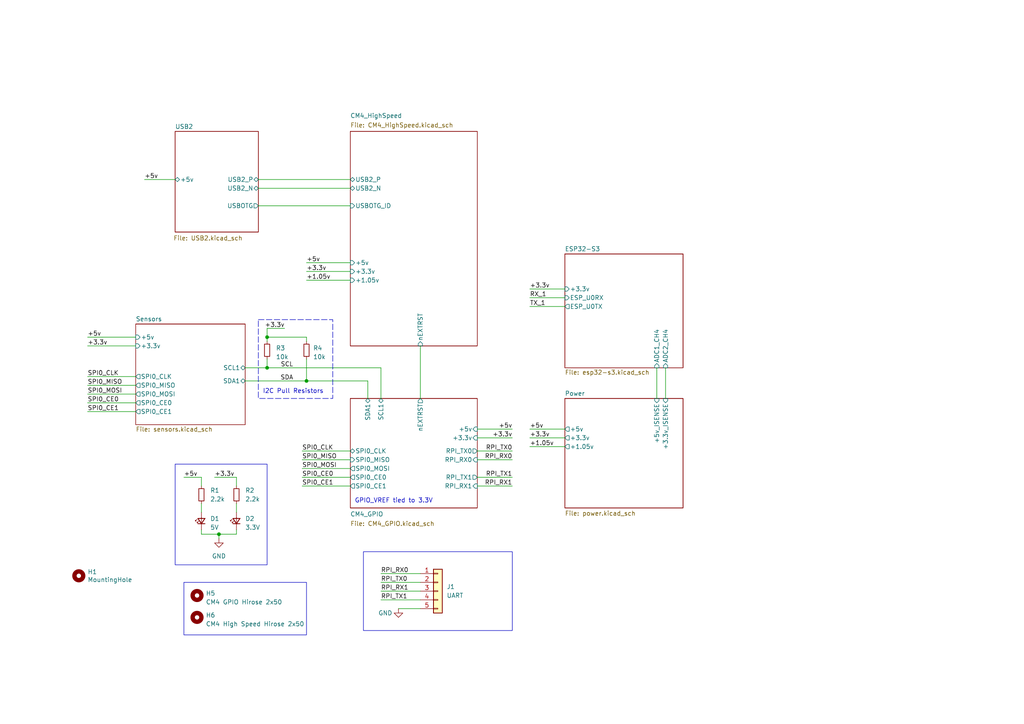
<source format=kicad_sch>
(kicad_sch (version 20230819) (generator eeschema)
  (paper "A4")
  (title_block (title "Carrier Board") (date "2023-11-21") (rev "V3") (company "MUREX Robotics [Byran Huang]") (comment 1 "//DO IT RIGHT,  DO IT MUREX") (comment 2 "// ATTEMPT THE IMPOSSIBLE") (comment 3 "CM4-based ROV (robotics) control board.") (comment 4 "The MUREX Carrier Board is the world's first open-source "))
  (lib_symbols
    (symbol "Connector_Generic:Conn_01x05" (pin_names (offset 1.016) hide)
      (property "Reference" "J" (at 0 7.62 0))
      (property "Value" "Conn_01x05" (at 0 -7.62 0))
      (symbol "Conn_01x05_1_1"
        (rectangle (start -1.27 -4.953) (end 0 -5.207) (stroke (width 0.1524)))
        (rectangle (start -1.27 -2.413) (end 0 -2.667) (stroke (width 0.1524)))
        (rectangle (start -1.27 0.127) (end 0 -0.127) (stroke (width 0.1524)))
        (rectangle (start -1.27 2.667) (end 0 2.413) (stroke (width 0.1524)))
        (rectangle (start -1.27 5.207) (end 0 4.953) (stroke (width 0.1524)))
        (rectangle (start -1.27 6.35) (end 1.27 -6.35) (stroke (width 0.254)) (fill (type background)))
        (pin passive line (at -5.08 5.08 0) (length 3.81) (name "Pin_1") (number "1"))
        (pin passive line (at -5.08 2.54 0) (length 3.81) (name "Pin_2") (number "2"))
        (pin passive line (at -5.08 0 0) (length 3.81) (name "Pin_3") (number "3"))
        (pin passive line (at -5.08 -2.54 0) (length 3.81) (name "Pin_4") (number "4"))
        (pin passive line (at -5.08 -5.08 0) (length 3.81) (name "Pin_5") (number "5"))
      )
    )
    (symbol "Device:LED_Small" (pin_numbers hide) (pin_names (offset 0.254) hide)
      (property "Reference" "D" (at -1.27 3.175 0))
      (property "Value" "LED_Small" (at -4.445 -2.54 0))
      (symbol "LED_Small_0_1"
        (polyline (pts (xy -0.762 -1.016) (xy -0.762 1.016)) (stroke (width 0.254)))
        (polyline (pts (xy 1.016 0) (xy -0.762 0)))
        (polyline (pts (xy 0.762 -1.016) (xy -0.762 0) (xy 0.762 1.016) (xy 0.762 -1.016)) (stroke (width 0.254)))
        (polyline (pts (xy 0 0.762) (xy -0.508 1.27) (xy -0.254 1.27) (xy -0.508 1.27) (xy -0.508 1.016)))
        (polyline (pts (xy 0.508 1.27) (xy 0 1.778) (xy 0.254 1.778) (xy 0 1.778) (xy 0 1.524)))
      )
      (symbol "LED_Small_1_1"
        (pin passive line (at -2.54 0 0) (length 1.778) (name "K") (number "1"))
        (pin passive line (at 2.54 0 180) (length 1.778) (name "A") (number "2"))
      )
    )
    (symbol "Device:R_Small" (pin_numbers hide) (pin_names (offset 0.254) hide)
      (property "Reference" "R" (at 0.762 0.508 0))
      (property "Value" "R_Small" (at 0.762 -1.016 0))
      (symbol "R_Small_0_1"
        (rectangle (start -0.762 1.778) (end 0.762 -1.778) (stroke (width 0.2032)))
      )
      (symbol "R_Small_1_1"
        (pin passive line (at 0 2.54 270) (length 0.762) (name "~") (number "1"))
        (pin passive line (at 0 -2.54 90) (length 0.762) (name "~") (number "2"))
      )
    )
    (symbol "Mechanical:MountingHole" (pin_names (offset 1.016))
      (property "Reference" "H" (at 0 5.08 0))
      (property "Value" "MountingHole" (at 0 3.175 0))
      (symbol "MountingHole_0_1"
        (circle (center 0 0) (radius 1.27) (stroke (width 1.27)))
      )
    )
    (symbol "power:GND" (power) (pin_names (offset 0))
      (property "Value" "GND" (at 0 -3.81 0))
      (symbol "GND_0_1"
        (polyline (pts (xy 0 0) (xy 0 -1.27) (xy 1.27 -1.27) (xy 0 -2.54) (xy -1.27 -1.27) (xy 0 -1.27)))
      )
      (symbol "GND_1_1"
        (pin power_in line (at 0 0 270) (length 0) hide (name "GND") (number "1"))
      )
    )
  )
  (junction (at 77.47 106.68))
  (junction (at 63.5 154.94))
  (junction (at 77.47 97.79))
  (junction (at 88.9 110.49))
  (wire (pts (xy 58.42 154.94) (xy 63.5 154.94)))
  (wire (pts (xy 58.42 153.67) (xy 58.42 154.94)))
  (wire (pts (xy 88.9 97.79) (xy 88.9 99.06)))
  (wire (pts (xy 68.58 138.43) (xy 68.58 140.97)))
  (wire (pts (xy 77.47 106.68) (xy 110.49 106.68)))
  (wire (pts (xy 74.93 52.07) (xy 101.6 52.07)))
  (wire (pts (xy 68.58 146.05) (xy 68.58 148.59)))
  (wire (pts (xy 77.47 97.79) (xy 77.47 99.06)))
  (wire (pts (xy 88.9 110.49) (xy 106.68 110.49)))
  (wire (pts (xy 87.63 140.97) (xy 101.6 140.97)))
  (wire (pts (xy 88.9 78.74) (xy 101.6 78.74)))
  (wire (pts (xy 121.92 173.99) (xy 110.49 173.99)))
  (wire (pts (xy 77.47 95.25) (xy 77.47 97.79)))
  (wire (pts (xy 58.42 146.05) (xy 58.42 148.59)))
  (wire (pts (xy 110.49 106.68) (xy 110.49 115.57)))
  (wire (pts (xy 53.34 138.43) (xy 58.42 138.43)))
  (wire (pts (xy 88.9 104.14) (xy 88.9 110.49)))
  (wire (pts (xy 138.43 133.35) (xy 148.59 133.35)))
  (wire (pts (xy 62.23 138.43) (xy 68.58 138.43)))
  (wire (pts (xy 121.92 171.45) (xy 110.49 171.45)))
  (wire (pts (xy 71.12 110.49) (xy 88.9 110.49)))
  (wire (pts (xy 25.4 116.84) (xy 39.37 116.84)))
  (wire (pts (xy 41.91 52.07) (xy 50.8 52.07)))
  (wire (pts (xy 153.67 88.9) (xy 163.83 88.9)))
  (wire (pts (xy 163.83 129.54) (xy 153.67 129.54)))
  (wire (pts (xy 77.47 97.79) (xy 88.9 97.79)))
  (wire (pts (xy 110.49 166.37) (xy 121.92 166.37)))
  (wire (pts (xy 163.83 124.46) (xy 153.67 124.46)))
  (wire (pts (xy 138.43 130.81) (xy 148.59 130.81)))
  (wire (pts (xy 115.57 176.53) (xy 121.92 176.53)))
  (wire (pts (xy 106.68 110.49) (xy 106.68 115.57)))
  (wire (pts (xy 138.43 124.46) (xy 148.59 124.46)))
  (wire (pts (xy 74.93 59.69) (xy 101.6 59.69)))
  (wire (pts (xy 87.63 130.81) (xy 101.6 130.81)))
  (wire (pts (xy 82.55 95.25) (xy 77.47 95.25)))
  (wire (pts (xy 110.49 168.91) (xy 121.92 168.91)))
  (wire (pts (xy 25.4 109.22) (xy 39.37 109.22)))
  (wire (pts (xy 121.92 100.33) (xy 121.92 115.57)))
  (wire (pts (xy 25.4 100.33) (xy 39.37 100.33)))
  (wire (pts (xy 77.47 104.14) (xy 77.47 106.68)))
  (wire (pts (xy 25.4 114.3) (xy 39.37 114.3)))
  (wire (pts (xy 153.67 86.36) (xy 163.83 86.36)))
  (wire (pts (xy 25.4 111.76) (xy 39.37 111.76)))
  (wire (pts (xy 71.12 106.68) (xy 77.47 106.68)))
  (wire (pts (xy 88.9 76.2) (xy 101.6 76.2)))
  (wire (pts (xy 163.83 83.82) (xy 153.67 83.82)))
  (wire (pts (xy 25.4 97.79) (xy 39.37 97.79)))
  (wire (pts (xy 193.04 106.68) (xy 193.04 115.57)))
  (wire (pts (xy 63.5 156.21) (xy 63.5 154.94)))
  (wire (pts (xy 190.5 106.68) (xy 190.5 115.57)))
  (wire (pts (xy 87.63 135.89) (xy 101.6 135.89)))
  (wire (pts (xy 138.43 127) (xy 148.59 127)))
  (wire (pts (xy 101.6 81.28) (xy 88.9 81.28)))
  (wire (pts (xy 68.58 153.67) (xy 68.58 154.94)))
  (wire (pts (xy 25.4 119.38) (xy 39.37 119.38)))
  (wire (pts (xy 68.58 154.94) (xy 63.5 154.94)))
  (wire (pts (xy 87.63 133.35) (xy 101.6 133.35)))
  (wire (pts (xy 74.93 54.61) (xy 101.6 54.61)))
  (wire (pts (xy 87.63 138.43) (xy 101.6 138.43)))
  (wire (pts (xy 138.43 140.97) (xy 148.59 140.97)))
  (wire (pts (xy 163.83 127) (xy 153.67 127)))
  (wire (pts (xy 138.43 138.43) (xy 148.59 138.43)))
  (wire (pts (xy 58.42 138.43) (xy 58.42 140.97)))
  (rectangle (start 74.93 92.71) (end 96.52 115.57) (stroke (width 0) (type dash)))
  (rectangle (start 105.41 160.02) (end 148.59 182.88))
  (rectangle (start 53.34 168.91) (end 88.9 184.15))
  (rectangle (start 50.8 134.62) (end 77.47 163.83))
  (text "I2C Pull Resistors" (at 76.2 114.3 0) (effects (font (size 1.27 1.27)) (justify left bottom)))
  (text "GPIO_VREF tied to 3.3V" (at 102.87 146.05 0) (effects (font (size 1.27 1.27)) (justify left bottom)))
  (label "RPI_RX1" (at 148.59 140.97 180))
  (label "+3.3v" (at 82.55 95.25 180))
  (label "+3.3v" (at 25.4 100.33 0))
  (label "SPI0_MOSI" (at 25.4 114.3 0))
  (label "RPI_TX1" (at 110.49 173.99 0))
  (label "+3.3v" (at 148.59 127 180))
  (label "SPI0_CLK" (at 25.4 109.22 0))
  (label "SPI0_CE1" (at 25.4 119.38 0))
  (label "SPI0_CLK" (at 87.63 130.81 0))
  (label "+5v" (at 88.9 76.2 0))
  (label "RPI_TX1" (at 148.59 138.43 180))
  (label "RPI_TX0" (at 148.59 130.81 180))
  (label "+3.3v" (at 62.23 138.43 0))
  (label "+3.3v" (at 88.9 78.74 0))
  (label "RX_1" (at 153.67 86.36 0))
  (label "RPI_RX1" (at 110.49 171.45 0))
  (label "+1.05v" (at 153.67 129.54 0))
  (label "RPI_TX0" (at 110.49 168.91 0))
  (label "+5v" (at 153.67 124.46 0))
  (label "+5v" (at 25.4 97.79 0))
  (label "SCL" (at 85.09 106.68 180))
  (label "SPI0_MISO" (at 87.63 133.35 0))
  (label "+3.3v" (at 153.67 127 0))
  (label "SPI0_MOSI" (at 87.63 135.89 0))
  (label "SPI0_CE0" (at 25.4 116.84 0))
  (label "TX_1" (at 153.67 88.9 0))
  (label "+5v" (at 41.91 52.07 0))
  (label "SPI0_MISO" (at 25.4 111.76 0))
  (label "SPI0_CE1" (at 87.63 140.97 0))
  (label "+5v" (at 53.34 138.43 0))
  (label "RPI_RX0" (at 110.49 166.37 0))
  (label "RPI_RX0" (at 148.59 133.35 180))
  (label "SPI0_CE0" (at 87.63 138.43 0))
  (label "+3.3v" (at 153.67 83.82 0))
  (label "SDA" (at 85.09 110.49 180))
  (label "+5v" (at 148.59 124.46 180))
  (label "+1.05v" (at 88.9 81.28 0))
  (symbol (lib_id "Mechanical:MountingHole") (at 22.86 167.005 0) (unit 1)
    (property "Reference" "H1" (at 25.4 165.862 0) (effects (justify left)))
    (property "Value" "MountingHole" (at 25.4 168.148 0) (effects (justify left)))
    (property "Footprint" "MountingHole:MountingHole_2.7mm_M2.5" (effects hide))
    (property "Field4" "nf" (effects hide))
    (property "Field5" "nf" (effects hide))
    (property "Field6" "nf" (effects hide))
    (property "Field7" "nf" (effects hide))
    (property "Part Description" "M2.5 mounting hole" (effects hide))
  )
  (symbol (lib_id "power:GND") (at 63.5 156.21 0) (unit 1)
    (property "Reference" "#PWR01" (effects hide))
    (property "Value" "GND" (at 63.5 161.29 0))
  )
  (symbol (lib_id "Device:LED_Small") (at 58.42 151.13 90) (unit 1)
    (property "Reference" "D1" (at 60.96 150.4315 90) (effects (justify right)))
    (property "Value" "5V" (at 60.96 152.9715 90) (effects (justify right)))
    (property "Footprint" "LED_SMD:LED_0603_1608Metric" (effects hide))
    (property "JLC Part #" "C2286" (effects hide))
  )
  (symbol (lib_id "power:GND") (at 115.57 176.53 0) (unit 1)
    (property "Reference" "#PWR02" (effects hide))
    (property "Value" "GND" (at 111.76 177.8 0))
  )
  (symbol (lib_id "Device:R_Small") (at 77.47 101.6 0) (unit 1)
    (property "Reference" "R3" (at 80.01 100.965 0) (effects (justify left)))
    (property "Value" "10k" (at 80.01 103.505 0) (effects (justify left)))
    (property "Footprint" "Resistor_SMD:R_0402_1005Metric" (effects hide))
    (property "LCSC" "C25804" (effects hide))
  )
  (symbol (lib_id "Connector_Generic:Conn_01x05") (at 127 171.45 0) (unit 1)
    (property "Reference" "J1" (at 129.54 170.1799 0) (effects (justify left)))
    (property "Value" "UART" (at 129.54 172.7199 0) (effects (justify left)))
    (property "Footprint" "Connector_Molex:Molex_PicoBlade_53047-0510_1x05_P1.25mm_Vertical" (effects hide))
  )
  (symbol (lib_id "Device:R_Small") (at 58.42 143.51 0) (unit 1)
    (property "Reference" "R1" (at 60.96 142.2399 0) (effects (justify left)))
    (property "Value" "2.2k" (at 60.96 144.7799 0) (effects (justify left)))
    (property "Footprint" "Resistor_SMD:R_0402_1005Metric" (effects hide))
  )
  (symbol (lib_id "Device:R_Small") (at 68.58 143.51 0) (unit 1)
    (property "Reference" "R2" (at 71.12 142.2399 0) (effects (justify left)))
    (property "Value" "2.2k" (at 71.12 144.7799 0) (effects (justify left)))
    (property "Footprint" "Resistor_SMD:R_0402_1005Metric" (effects hide))
  )
  (symbol (lib_id "Device:LED_Small") (at 68.58 151.13 90) (unit 1)
    (property "Reference" "D2" (at 71.12 150.4315 90) (effects (justify right)))
    (property "Value" "3.3V" (at 71.12 152.9715 90) (effects (justify right)))
    (property "Footprint" "LED_SMD:LED_0603_1608Metric" (effects hide))
    (property "JLC Part #" "C72041" (effects hide))
  )
  (symbol (lib_id "Mechanical:MountingHole") (at 57.15 172.72 0) (unit 1)
    (property "Reference" "H5" (at 59.69 172.085 0) (effects (justify left)))
    (property "Value" "CM4 GPIO Hirose 2x50" (at 59.69 174.625 0) (effects (justify left)))
    (property "Footprint" "CM4IO:Raspberry-Pi-4-Compute-Module-No-Outline-No-Pads" (effects hide))
  )
  (symbol (lib_id "Mechanical:MountingHole") (at 57.15 179.07 0) (unit 1)
    (property "Reference" "H6" (at 59.69 178.435 0) (effects (justify left)))
    (property "Value" "CM4 High Speed Hirose 2x50" (at 59.69 180.975 0) (effects (justify left)))
    (property "Footprint" "CM4IO:Raspberry-Pi-4-Compute-Module-No-Outline-No-Pads" (effects hide))
  )
  (symbol (lib_id "Device:R_Small") (at 88.9 101.6 180) (unit 1)
    (property "Reference" "R4" (at 90.805 100.965 0) (effects (justify right)))
    (property "Value" "10k" (at 90.805 103.505 0) (effects (justify right)))
    (property "Footprint" "Resistor_SMD:R_0402_1005Metric" (effects hide))
    (property "LCSC" "C25804" (effects hide))
  )
  (sheet (at 163.83 73.66) (size 34.29 33.02) (stroke (width 0.1524))
    (property "Sheetname" "ESP32-S3" (at 163.83 72.9484 0) (effects (justify left bottom)))
    (property "Sheetfile" "esp32-s3.kicad_sch" (at 163.83 107.2646 0) (effects (justify left top)))
    (pin "+3.3v" input (at 163.83 83.82 180))
    (pin "ESP_U0RX" input (at 163.83 86.36 180))
    (pin "ESP_U0TX" output (at 163.83 88.9 180))
    (pin "ADC1_CH4" input (at 190.5 106.68 270))
    (pin "ADC2_CH4" input (at 193.04 106.68 270))
  )
  (sheet (at 101.6 38.1) (size 36.83 62.23) (stroke (width 0.1524))
    (property "Sheetname" "CM4_HighSpeed" (at 101.6 34.29 0) (effects (justify left bottom)))
    (property "Sheetfile" "CM4_HighSpeed.kicad_sch" (at 101.6 35.56 0) (effects (justify left top)))
    (pin "USB2_N" bidirectional (at 101.6 54.61 180))
    (pin "USB2_P" bidirectional (at 101.6 52.07 180))
    (pin "+5v" input (at 101.6 76.2 180))
    (pin "+3.3v" input (at 101.6 78.74 180))
    (pin "USBOTG_ID" input (at 101.6 59.69 180))
    (pin "nEXTRST" input (at 121.92 100.33 270))
    (pin "+1.05v" input (at 101.6 81.28 180))
  )
  (sheet (at 101.6 115.57) (size 36.83 31.75) (stroke (width 0.1524))
    (property "Sheetname" "CM4_GPIO" (at 101.6 149.86 0) (effects (justify left bottom)))
    (property "Sheetfile" "CM4_GPIO.kicad_sch" (at 101.6 151.13 0) (effects (justify left top)))
    (pin "SPI0_MISO" input (at 101.6 133.35 180))
    (pin "SPI0_CLK" bidirectional (at 101.6 130.81 180))
    (pin "SPI0_MOSI" output (at 101.6 135.89 180))
    (pin "RPI_RX1" input (at 138.43 140.97 0))
    (pin "SPI0_CE0" output (at 101.6 138.43 180))
    (pin "SPI0_CE1" output (at 101.6 140.97 180))
    (pin "+5v" input (at 138.43 124.46 0))
    (pin "RPI_TX1" output (at 138.43 138.43 0))
    (pin "SDA1" bidirectional (at 106.68 115.57 90))
    (pin "RPI_RX0" input (at 138.43 133.35 0))
    (pin "RPI_TX0" output (at 138.43 130.81 0))
    (pin "SCL1" bidirectional (at 110.49 115.57 90))
    (pin "+3.3v" input (at 138.43 127 0))
    (pin "nEXTRST" output (at 121.92 115.57 90))
  )
  (sheet (at 39.37 93.98) (size 31.75 29.21) (stroke (width 0.1524))
    (property "Sheetname" "Sensors" (at 39.37 93.2684 0) (effects (justify left bottom)))
    (property "Sheetfile" "sensors.kicad_sch" (at 39.37 123.7746 0) (effects (justify left top)))
    (pin "+3.3v" input (at 39.37 100.33 180))
    (pin "+5v" input (at 39.37 97.79 180))
    (pin "SCL1" bidirectional (at 71.12 106.68 0))
    (pin "SDA1" bidirectional (at 71.12 110.49 0))
    (pin "SPI0_MOSI" output (at 39.37 114.3 180))
    (pin "SPI0_CLK" output (at 39.37 109.22 180))
    (pin "SPI0_CE1" output (at 39.37 119.38 180))
    (pin "SPI0_CE0" output (at 39.37 116.84 180))
    (pin "SPI0_MISO" output (at 39.37 111.76 180))
  )
  (sheet (at 163.83 115.57) (size 34.29 31.75) (stroke (width 0.1524))
    (property "Sheetname" "Power" (at 163.83 114.8584 0) (effects (justify left bottom)))
    (property "Sheetfile" "power.kicad_sch" (at 163.83 148.1586 0) (effects (justify left top)))
    (pin "+5v" output (at 163.83 124.46 180))
    (pin "+3.3v" output (at 163.83 127 180))
    (pin "+5v_ISENSE" input (at 190.5 115.57 90))
    (pin "+3.3v_ISENSE" input (at 193.04 115.57 90))
    (pin "+1.05v" output (at 163.83 129.54 180))
  )
  (sheet (at 50.8 38.1) (size 24.13 29.21) (stroke (width 0.1524))
    (property "Sheetname" "USB2" (at 50.8 37.4645 0) (effects (justify left bottom)))
    (property "Sheetfile" "USB2.kicad_sch" (at 50.292 68.326 0) (effects (justify left top)))
    (pin "USB2_P" bidirectional (at 74.93 52.07 0))
    (pin "USB2_N" bidirectional (at 74.93 54.61 0))
    (pin "USBOTG" output (at 74.93 59.69 0))
    (pin "+5v" bidirectional (at 50.8 52.07 180))
  )
)
</source>
